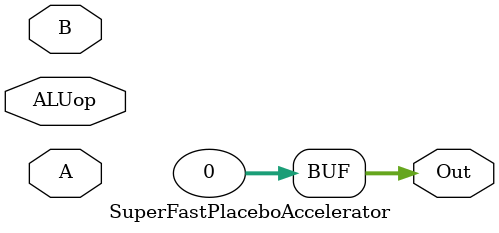
<source format=v>
module SuperFastPlaceboAccelerator(
    input [31:0] A,B,
    input [3:0] ALUop,
    output reg [31:0] Out
);

always @(*) begin
    case (ALUop)
        default: Out = 0;
    endcase
end

endmodule
</source>
